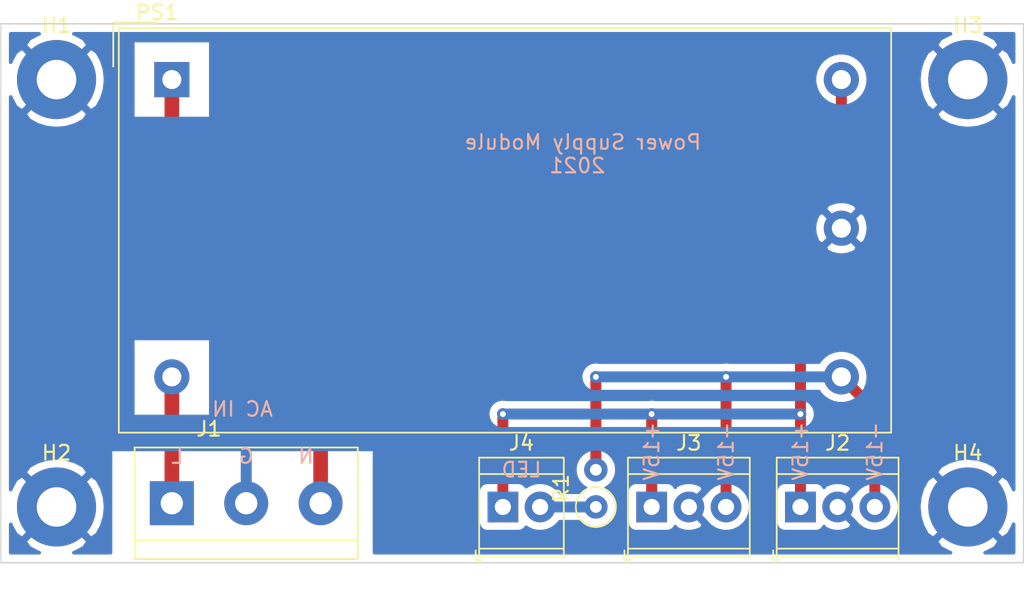
<source format=kicad_pcb>
(kicad_pcb (version 20171130) (host pcbnew "(5.1.9)-1")

  (general
    (thickness 1.6)
    (drawings 11)
    (tracks 25)
    (zones 0)
    (modules 10)
    (nets 7)
  )

  (page A4)
  (layers
    (0 F.Cu signal)
    (31 B.Cu signal)
    (32 B.Adhes user)
    (33 F.Adhes user)
    (34 B.Paste user)
    (35 F.Paste user)
    (36 B.SilkS user)
    (37 F.SilkS user)
    (38 B.Mask user)
    (39 F.Mask user)
    (40 Dwgs.User user)
    (41 Cmts.User user)
    (42 Eco1.User user)
    (43 Eco2.User user)
    (44 Edge.Cuts user)
    (45 Margin user)
    (46 B.CrtYd user)
    (47 F.CrtYd user)
    (48 B.Fab user)
    (49 F.Fab user)
  )

  (setup
    (last_trace_width 0.75)
    (trace_clearance 0.2)
    (zone_clearance 0.508)
    (zone_45_only no)
    (trace_min 0.2)
    (via_size 0.8)
    (via_drill 0.4)
    (via_min_size 0.4)
    (via_min_drill 0.3)
    (uvia_size 0.3)
    (uvia_drill 0.1)
    (uvias_allowed no)
    (uvia_min_size 0.2)
    (uvia_min_drill 0.1)
    (edge_width 0.1)
    (segment_width 0.2)
    (pcb_text_width 0.3)
    (pcb_text_size 1.5 1.5)
    (mod_edge_width 0.15)
    (mod_text_size 1 1)
    (mod_text_width 0.15)
    (pad_size 1.524 1.524)
    (pad_drill 0.762)
    (pad_to_mask_clearance 0)
    (aux_axis_origin 0 0)
    (visible_elements 7FFFFFFF)
    (pcbplotparams
      (layerselection 0x010fc_ffffffff)
      (usegerberextensions false)
      (usegerberattributes true)
      (usegerberadvancedattributes true)
      (creategerberjobfile true)
      (excludeedgelayer true)
      (linewidth 0.100000)
      (plotframeref false)
      (viasonmask false)
      (mode 1)
      (useauxorigin false)
      (hpglpennumber 1)
      (hpglpenspeed 20)
      (hpglpendiameter 15.000000)
      (psnegative false)
      (psa4output false)
      (plotreference true)
      (plotvalue true)
      (plotinvisibletext false)
      (padsonsilk false)
      (subtractmaskfromsilk false)
      (outputformat 1)
      (mirror false)
      (drillshape 1)
      (scaleselection 1)
      (outputdirectory ""))
  )

  (net 0 "")
  (net 1 /N)
  (net 2 /L)
  (net 3 "Net-(J2-Pad3)")
  (net 4 "Net-(J2-Pad1)")
  (net 5 "Net-(J4-Pad2)")
  (net 6 GND)

  (net_class Default "This is the default net class."
    (clearance 0.2)
    (trace_width 0.75)
    (via_dia 0.8)
    (via_drill 0.4)
    (uvia_dia 0.3)
    (uvia_drill 0.1)
    (add_net GND)
    (add_net "Net-(J2-Pad1)")
    (add_net "Net-(J2-Pad3)")
    (add_net "Net-(J4-Pad2)")
  )

  (net_class AC ""
    (clearance 0.5)
    (trace_width 1)
    (via_dia 0.8)
    (via_drill 0.4)
    (uvia_dia 0.3)
    (uvia_drill 0.1)
    (add_net /L)
    (add_net /N)
  )

  (module Converter_ACDC:Converter_ACDC_Recom_RAC20-xxDK_THT (layer F.Cu) (tedit 60DFBC93) (tstamp 60E0183C)
    (at 152.654 0)
    (descr "Recom RAC20-xxDK https://recom-power.com/pdf/Powerline_AC-DC/RAC20-K.pdf#page=6 Rev. 6/2020")
    (tags "Recom RAC20-xxDK")
    (path /60DFBF11)
    (fp_text reference PS1 (at -1 -4.59) (layer F.SilkS)
      (effects (font (size 1 1) (thickness 0.15)))
    )
    (fp_text value RAC20-15DK (at 22.75 25.01) (layer F.Fab)
      (effects (font (size 1 1) (thickness 0.15)))
    )
    (fp_text user %R (at 22.75 10.31) (layer F.Fab)
      (effects (font (size 1 1) (thickness 0.15)))
    )
    (fp_line (start -3.75 -3.64) (end -3.75 24.26) (layer F.CrtYd) (width 0.05))
    (fp_line (start -3.75 24.26) (end 49.25 24.26) (layer F.CrtYd) (width 0.05))
    (fp_line (start 49.25 -3.64) (end 49.25 24.26) (layer F.CrtYd) (width 0.05))
    (fp_line (start -3.75 -3.64) (end 49.25 -3.64) (layer F.CrtYd) (width 0.05))
    (fp_line (start -3.62 -3.51) (end -3.62 24.13) (layer F.SilkS) (width 0.12))
    (fp_line (start -3.62 24.13) (end 49.12 24.13) (layer F.SilkS) (width 0.12))
    (fp_line (start 49.12 -3.51) (end 49.12 24.13) (layer F.SilkS) (width 0.12))
    (fp_line (start -3.62 -3.51) (end 49.12 -3.51) (layer F.SilkS) (width 0.12))
    (fp_line (start -4 -3.89) (end -1 -3.89) (layer F.SilkS) (width 0.12))
    (fp_line (start -4 -0.89) (end -4 -3.89) (layer F.SilkS) (width 0.12))
    (fp_line (start -3.5 -2.39) (end -2.5 -3.39) (layer F.Fab) (width 0.1))
    (fp_line (start -3.5 24.01) (end -3.5 -2.39) (layer F.Fab) (width 0.1))
    (fp_line (start 49 24.01) (end -3.5 24.01) (layer F.Fab) (width 0.1))
    (fp_line (start 49 -3.39) (end 49 24.01) (layer F.Fab) (width 0.1))
    (fp_line (start -2.5 -3.39) (end 49 -3.39) (layer F.Fab) (width 0.1))
    (pad 5 thru_hole circle (at 45.72 0) (size 2.4 2.4) (drill 1.3) (layers *.Cu *.Mask)
      (net 4 "Net-(J2-Pad1)"))
    (pad 4 thru_hole circle (at 45.72 10.16) (size 2.4 2.4) (drill 1.3) (layers *.Cu *.Mask)
      (net 6 GND))
    (pad 3 thru_hole circle (at 45.72 20.32) (size 2.4 2.4) (drill 1.3) (layers *.Cu *.Mask)
      (net 3 "Net-(J2-Pad3)"))
    (pad 2 thru_hole circle (at 0 20.32) (size 2.4 2.4) (drill 1.3) (layers *.Cu *.Mask)
      (net 2 /L))
    (pad 1 thru_hole rect (at 0 0) (size 2.4 2.4) (drill 1.3) (layers *.Cu *.Mask)
      (net 1 /N))
    (model ${KISYS3DMOD}/Converter_ACDC.3dshapes/Converter_ACDC_RECOM_RAC20_xxK_THT.wrl
      (at (xyz 0 0 0))
      (scale (xyz 1 1 1))
      (rotate (xyz 0 0 0))
    )
  )

  (module MountingHole:MountingHole_2.7mm_Pad (layer F.Cu) (tedit 56D1B4CB) (tstamp 60E023BE)
    (at 207.01 29.21)
    (descr "Mounting Hole 2.7mm")
    (tags "mounting hole 2.7mm")
    (path /60E00D4A)
    (attr virtual)
    (fp_text reference H4 (at 0 -3.7) (layer F.SilkS)
      (effects (font (size 1 1) (thickness 0.15)))
    )
    (fp_text value M3 (at 0 3.7) (layer F.Fab)
      (effects (font (size 1 1) (thickness 0.15)))
    )
    (fp_text user %R (at 0.3 0) (layer F.Fab)
      (effects (font (size 1 1) (thickness 0.15)))
    )
    (fp_circle (center 0 0) (end 2.7 0) (layer Cmts.User) (width 0.15))
    (fp_circle (center 0 0) (end 2.95 0) (layer F.CrtYd) (width 0.05))
    (pad 1 thru_hole circle (at 0 0) (size 5.4 5.4) (drill 2.7) (layers *.Cu *.Mask)
      (net 6 GND))
  )

  (module MountingHole:MountingHole_2.7mm_Pad (layer F.Cu) (tedit 56D1B4CB) (tstamp 60E023B6)
    (at 207.01 0)
    (descr "Mounting Hole 2.7mm")
    (tags "mounting hole 2.7mm")
    (path /60E00C5C)
    (attr virtual)
    (fp_text reference H3 (at 0 -3.7) (layer F.SilkS)
      (effects (font (size 1 1) (thickness 0.15)))
    )
    (fp_text value M3 (at 0 3.7) (layer F.Fab)
      (effects (font (size 1 1) (thickness 0.15)))
    )
    (fp_text user %R (at 0.3 0) (layer F.Fab)
      (effects (font (size 1 1) (thickness 0.15)))
    )
    (fp_circle (center 0 0) (end 2.7 0) (layer Cmts.User) (width 0.15))
    (fp_circle (center 0 0) (end 2.95 0) (layer F.CrtYd) (width 0.05))
    (pad 1 thru_hole circle (at 0 0) (size 5.4 5.4) (drill 2.7) (layers *.Cu *.Mask)
      (net 6 GND))
  )

  (module MountingHole:MountingHole_2.7mm_Pad (layer F.Cu) (tedit 56D1B4CB) (tstamp 60E023AE)
    (at 144.78 29.21)
    (descr "Mounting Hole 2.7mm")
    (tags "mounting hole 2.7mm")
    (path /60E004A3)
    (attr virtual)
    (fp_text reference H2 (at 0 -3.7) (layer F.SilkS)
      (effects (font (size 1 1) (thickness 0.15)))
    )
    (fp_text value M3 (at 0 3.7) (layer F.Fab)
      (effects (font (size 1 1) (thickness 0.15)))
    )
    (fp_text user %R (at 0.3 0) (layer F.Fab)
      (effects (font (size 1 1) (thickness 0.15)))
    )
    (fp_circle (center 0 0) (end 2.7 0) (layer Cmts.User) (width 0.15))
    (fp_circle (center 0 0) (end 2.95 0) (layer F.CrtYd) (width 0.05))
    (pad 1 thru_hole circle (at 0 0) (size 5.4 5.4) (drill 2.7) (layers *.Cu *.Mask)
      (net 6 GND))
  )

  (module MountingHole:MountingHole_2.7mm_Pad (layer F.Cu) (tedit 56D1B4CB) (tstamp 60E023A6)
    (at 144.78 0)
    (descr "Mounting Hole 2.7mm")
    (tags "mounting hole 2.7mm")
    (path /60DFFA3A)
    (attr virtual)
    (fp_text reference H1 (at 0 -3.7) (layer F.SilkS)
      (effects (font (size 1 1) (thickness 0.15)))
    )
    (fp_text value M3 (at 0 3.7) (layer F.Fab)
      (effects (font (size 1 1) (thickness 0.15)))
    )
    (fp_text user %R (at 0.3 0) (layer F.Fab)
      (effects (font (size 1 1) (thickness 0.15)))
    )
    (fp_circle (center 0 0) (end 2.7 0) (layer Cmts.User) (width 0.15))
    (fp_circle (center 0 0) (end 2.95 0) (layer F.CrtYd) (width 0.05))
    (pad 1 thru_hole circle (at 0 0) (size 5.4 5.4) (drill 2.7) (layers *.Cu *.Mask)
      (net 6 GND))
  )

  (module Resistor_THT:R_Axial_DIN0207_L6.3mm_D2.5mm_P2.54mm_Vertical (layer F.Cu) (tedit 5AE5139B) (tstamp 60E01AFD)
    (at 181.61 29.21 90)
    (descr "Resistor, Axial_DIN0207 series, Axial, Vertical, pin pitch=2.54mm, 0.25W = 1/4W, length*diameter=6.3*2.5mm^2, http://cdn-reichelt.de/documents/datenblatt/B400/1_4W%23YAG.pdf")
    (tags "Resistor Axial_DIN0207 series Axial Vertical pin pitch 2.54mm 0.25W = 1/4W length 6.3mm diameter 2.5mm")
    (path /60E2547F)
    (fp_text reference R1 (at 1.27 -2.37 90) (layer F.SilkS)
      (effects (font (size 1 1) (thickness 0.15)))
    )
    (fp_text value 4.7K (at 1.27 2.37 90) (layer F.Fab)
      (effects (font (size 1 1) (thickness 0.15)))
    )
    (fp_text user %R (at 1.27 -2.37 90) (layer F.Fab)
      (effects (font (size 1 1) (thickness 0.15)))
    )
    (fp_circle (center 0 0) (end 1.25 0) (layer F.Fab) (width 0.1))
    (fp_circle (center 0 0) (end 1.37 0) (layer F.SilkS) (width 0.12))
    (fp_line (start 0 0) (end 2.54 0) (layer F.Fab) (width 0.1))
    (fp_line (start 1.37 0) (end 1.44 0) (layer F.SilkS) (width 0.12))
    (fp_line (start -1.5 -1.5) (end -1.5 1.5) (layer F.CrtYd) (width 0.05))
    (fp_line (start -1.5 1.5) (end 3.59 1.5) (layer F.CrtYd) (width 0.05))
    (fp_line (start 3.59 1.5) (end 3.59 -1.5) (layer F.CrtYd) (width 0.05))
    (fp_line (start 3.59 -1.5) (end -1.5 -1.5) (layer F.CrtYd) (width 0.05))
    (pad 2 thru_hole oval (at 2.54 0 90) (size 1.6 1.6) (drill 0.8) (layers *.Cu *.Mask)
      (net 3 "Net-(J2-Pad3)"))
    (pad 1 thru_hole circle (at 0 0 90) (size 1.6 1.6) (drill 0.8) (layers *.Cu *.Mask)
      (net 5 "Net-(J4-Pad2)"))
    (model ${KISYS3DMOD}/Resistor_THT.3dshapes/R_Axial_DIN0207_L6.3mm_D2.5mm_P2.54mm_Vertical.wrl
      (at (xyz 0 0 0))
      (scale (xyz 1 1 1))
      (rotate (xyz 0 0 0))
    )
  )

  (module Connector_Terminal_Block:TerminalBlock_1x02_P2.54mm_Horizontal (layer F.Cu) (tedit 5FC147AA) (tstamp 60DF7D87)
    (at 175.26 29.21)
    (descr "Terminal Block TE 282834-2, 2 pins, pitch 2.54mm, size 5.54x6.5mm^2, drill diamater 1.1mm, pad diameter 2.1mm, see http://www.te.com/commerce/DocumentDelivery/DDEController?Action=showdoc&DocId=Customer+Drawing%7F282834%7FC1%7Fpdf%7FEnglish%7FENG_CD_282834_C1.pdf, script-generated using https://github.com/pointhi/kicad-footprint-generator/scripts/TerminalBlock_TE-Connectivity")
    (tags "THT Terminal Block TE 282834-2 pitch 2.54mm size 5.54x6.5mm^2 drill 1.1mm pad 2.1mm")
    (path /60E25479)
    (fp_text reference J4 (at 1.27 -4.37) (layer F.SilkS)
      (effects (font (size 1 1) (thickness 0.15)))
    )
    (fp_text value LED (at 1.27 4.37) (layer F.Fab)
      (effects (font (size 1 1) (thickness 0.15)))
    )
    (fp_text user %R (at 1.27 2) (layer F.Fab)
      (effects (font (size 1 1) (thickness 0.15)))
    )
    (fp_circle (center 0 0) (end 1.1 0) (layer F.Fab) (width 0.1))
    (fp_circle (center 2.54 0) (end 3.64 0) (layer F.Fab) (width 0.1))
    (fp_line (start -1.5 -3.25) (end 4.04 -3.25) (layer F.Fab) (width 0.1))
    (fp_line (start 4.04 -3.25) (end 4.04 3.25) (layer F.Fab) (width 0.1))
    (fp_line (start 4.04 3.25) (end -1.1 3.25) (layer F.Fab) (width 0.1))
    (fp_line (start -1.1 3.25) (end -1.5 2.85) (layer F.Fab) (width 0.1))
    (fp_line (start -1.5 2.85) (end -1.5 -3.25) (layer F.Fab) (width 0.1))
    (fp_line (start -1.5 2.85) (end 4.04 2.85) (layer F.Fab) (width 0.1))
    (fp_line (start -1.62 2.85) (end 4.16 2.85) (layer F.SilkS) (width 0.12))
    (fp_line (start -1.5 -2.25) (end 4.04 -2.25) (layer F.Fab) (width 0.1))
    (fp_line (start -1.62 -2.25) (end 4.16 -2.25) (layer F.SilkS) (width 0.12))
    (fp_line (start -1.62 -3.37) (end 4.16 -3.37) (layer F.SilkS) (width 0.12))
    (fp_line (start -1.62 3.37) (end 4.16 3.37) (layer F.SilkS) (width 0.12))
    (fp_line (start -1.62 -3.37) (end -1.62 3.37) (layer F.SilkS) (width 0.12))
    (fp_line (start 4.16 -3.37) (end 4.16 3.37) (layer F.SilkS) (width 0.12))
    (fp_line (start 0.835 -0.7) (end -0.701 0.835) (layer F.Fab) (width 0.1))
    (fp_line (start 0.701 -0.835) (end -0.835 0.7) (layer F.Fab) (width 0.1))
    (fp_line (start 3.375 -0.7) (end 1.84 0.835) (layer F.Fab) (width 0.1))
    (fp_line (start 3.241 -0.835) (end 1.706 0.7) (layer F.Fab) (width 0.1))
    (fp_line (start -1.86 2.97) (end -1.86 3.61) (layer F.SilkS) (width 0.12))
    (fp_line (start -1.86 3.61) (end -1.46 3.61) (layer F.SilkS) (width 0.12))
    (fp_line (start -2 -3.75) (end -2 3.75) (layer F.CrtYd) (width 0.05))
    (fp_line (start -2 3.75) (end 4.54 3.75) (layer F.CrtYd) (width 0.05))
    (fp_line (start 4.54 3.75) (end 4.54 -3.75) (layer F.CrtYd) (width 0.05))
    (fp_line (start 4.54 -3.75) (end -2 -3.75) (layer F.CrtYd) (width 0.05))
    (pad 2 thru_hole circle (at 2.54 0) (size 2.1 2.1) (drill 1.1) (layers *.Cu *.Mask)
      (net 5 "Net-(J4-Pad2)"))
    (pad 1 thru_hole rect (at 0 0) (size 2.1 2.1) (drill 1.1) (layers *.Cu *.Mask)
      (net 4 "Net-(J2-Pad1)"))
    (model "${LOCAL_LIBS}/local/Connector_Terminal_Block.pretty/On Shore Technology Inc/OSTVN02A150.wrl"
      (offset (xyz -1.5 -3.5 0))
      (scale (xyz 0.4 0.4 0.4))
      (rotate (xyz 0 0 0))
    )
    (model ${KISYS3DMOD}/Connector_Terminal_Block.3dshapes/TerminalBlock_1x02_P2_54mm_Horizontal.wrl
      (at (xyz 0 0 0))
      (scale (xyz 1 1 1))
      (rotate (xyz 0 0 0))
    )
  )

  (module Connector_Terminal_Block:TerminalBlock_1x03_P2.54mm_Horizontal (layer F.Cu) (tedit 5FC14827) (tstamp 60DF7D67)
    (at 185.42 29.21)
    (descr "Terminal Block TE 282834-3, 3 pins, pitch 2.54mm, size 8.08x6.5mm^2, drill diamater 1.1mm, pad diameter 2.1mm, see http://www.te.com/commerce/DocumentDelivery/DDEController?Action=showdoc&DocId=Customer+Drawing%7F282834%7FC1%7Fpdf%7FEnglish%7FENG_CD_282834_C1.pdf, script-generated using https://github.com/pointhi/kicad-footprint-generator/scripts/TerminalBlock_TE-Connectivity")
    (tags "THT Terminal Block TE 282834-3 pitch 2.54mm size 8.08x6.5mm^2 drill 1.1mm pad 2.1mm")
    (path /60E25473)
    (fp_text reference J3 (at 2.54 -4.37) (layer F.SilkS)
      (effects (font (size 1 1) (thickness 0.15)))
    )
    (fp_text value "Power 2" (at 2.54 4.37) (layer F.Fab)
      (effects (font (size 1 1) (thickness 0.15)))
    )
    (fp_text user %R (at 2.54 2) (layer F.Fab)
      (effects (font (size 1 1) (thickness 0.15)))
    )
    (fp_line (start 7.08 -3.75) (end -2 -3.75) (layer F.CrtYd) (width 0.05))
    (fp_line (start 7.08 3.75) (end 7.08 -3.75) (layer F.CrtYd) (width 0.05))
    (fp_line (start -2 3.75) (end 7.08 3.75) (layer F.CrtYd) (width 0.05))
    (fp_line (start -2 -3.75) (end -2 3.75) (layer F.CrtYd) (width 0.05))
    (fp_line (start -1.86 3.61) (end -1.46 3.61) (layer F.SilkS) (width 0.12))
    (fp_line (start -1.86 2.97) (end -1.86 3.61) (layer F.SilkS) (width 0.12))
    (fp_line (start 5.781 -0.835) (end 4.246 0.7) (layer F.Fab) (width 0.1))
    (fp_line (start 5.915 -0.7) (end 4.38 0.835) (layer F.Fab) (width 0.1))
    (fp_line (start 3.241 -0.835) (end 1.706 0.7) (layer F.Fab) (width 0.1))
    (fp_line (start 3.375 -0.7) (end 1.84 0.835) (layer F.Fab) (width 0.1))
    (fp_line (start 0.701 -0.835) (end -0.835 0.7) (layer F.Fab) (width 0.1))
    (fp_line (start 0.835 -0.7) (end -0.701 0.835) (layer F.Fab) (width 0.1))
    (fp_line (start 6.7 -3.37) (end 6.7 3.37) (layer F.SilkS) (width 0.12))
    (fp_line (start -1.62 -3.37) (end -1.62 3.37) (layer F.SilkS) (width 0.12))
    (fp_line (start -1.62 3.37) (end 6.7 3.37) (layer F.SilkS) (width 0.12))
    (fp_line (start -1.62 -3.37) (end 6.7 -3.37) (layer F.SilkS) (width 0.12))
    (fp_line (start -1.62 -2.25) (end 6.7 -2.25) (layer F.SilkS) (width 0.12))
    (fp_line (start -1.5 -2.25) (end 6.58 -2.25) (layer F.Fab) (width 0.1))
    (fp_line (start -1.62 2.85) (end 6.7 2.85) (layer F.SilkS) (width 0.12))
    (fp_line (start -1.5 2.85) (end 6.58 2.85) (layer F.Fab) (width 0.1))
    (fp_line (start -1.5 2.85) (end -1.5 -3.25) (layer F.Fab) (width 0.1))
    (fp_line (start -1.1 3.25) (end -1.5 2.85) (layer F.Fab) (width 0.1))
    (fp_line (start 6.58 3.25) (end -1.1 3.25) (layer F.Fab) (width 0.1))
    (fp_line (start 6.58 -3.25) (end 6.58 3.25) (layer F.Fab) (width 0.1))
    (fp_line (start -1.5 -3.25) (end 6.58 -3.25) (layer F.Fab) (width 0.1))
    (fp_circle (center 5.08 0) (end 6.18 0) (layer F.Fab) (width 0.1))
    (fp_circle (center 2.54 0) (end 3.64 0) (layer F.Fab) (width 0.1))
    (fp_circle (center 0 0) (end 1.1 0) (layer F.Fab) (width 0.1))
    (pad 1 thru_hole rect (at 0 0) (size 2.1 2.1) (drill 1.1) (layers *.Cu *.Mask)
      (net 4 "Net-(J2-Pad1)"))
    (pad 2 thru_hole circle (at 2.54 0) (size 2.1 2.1) (drill 1.1) (layers *.Cu *.Mask)
      (net 6 GND))
    (pad 3 thru_hole circle (at 5.08 0) (size 2.1 2.1) (drill 1.1) (layers *.Cu *.Mask)
      (net 3 "Net-(J2-Pad3)"))
    (model ${KISYS3DMOD}/Connector_Terminal_Block.3dshapes/TerminalBlock_1x03_P2_54mm_Horizontal.wrl
      (at (xyz 0 0 0))
      (scale (xyz 1 1 1))
      (rotate (xyz 0 0 0))
    )
  )

  (module Connector_Terminal_Block:TerminalBlock_1x03_P2.54mm_Horizontal (layer F.Cu) (tedit 5FC14827) (tstamp 60E01A2D)
    (at 195.58 29.21)
    (descr "Terminal Block TE 282834-3, 3 pins, pitch 2.54mm, size 8.08x6.5mm^2, drill diamater 1.1mm, pad diameter 2.1mm, see http://www.te.com/commerce/DocumentDelivery/DDEController?Action=showdoc&DocId=Customer+Drawing%7F282834%7FC1%7Fpdf%7FEnglish%7FENG_CD_282834_C1.pdf, script-generated using https://github.com/pointhi/kicad-footprint-generator/scripts/TerminalBlock_TE-Connectivity")
    (tags "THT Terminal Block TE 282834-3 pitch 2.54mm size 8.08x6.5mm^2 drill 1.1mm pad 2.1mm")
    (path /60E25497)
    (fp_text reference J2 (at 2.54 -4.37) (layer F.SilkS)
      (effects (font (size 1 1) (thickness 0.15)))
    )
    (fp_text value "Power 1" (at 2.54 4.37) (layer F.Fab)
      (effects (font (size 1 1) (thickness 0.15)))
    )
    (fp_text user %R (at 2.54 2) (layer F.Fab)
      (effects (font (size 1 1) (thickness 0.15)))
    )
    (fp_line (start 7.08 -3.75) (end -2 -3.75) (layer F.CrtYd) (width 0.05))
    (fp_line (start 7.08 3.75) (end 7.08 -3.75) (layer F.CrtYd) (width 0.05))
    (fp_line (start -2 3.75) (end 7.08 3.75) (layer F.CrtYd) (width 0.05))
    (fp_line (start -2 -3.75) (end -2 3.75) (layer F.CrtYd) (width 0.05))
    (fp_line (start -1.86 3.61) (end -1.46 3.61) (layer F.SilkS) (width 0.12))
    (fp_line (start -1.86 2.97) (end -1.86 3.61) (layer F.SilkS) (width 0.12))
    (fp_line (start 5.781 -0.835) (end 4.246 0.7) (layer F.Fab) (width 0.1))
    (fp_line (start 5.915 -0.7) (end 4.38 0.835) (layer F.Fab) (width 0.1))
    (fp_line (start 3.241 -0.835) (end 1.706 0.7) (layer F.Fab) (width 0.1))
    (fp_line (start 3.375 -0.7) (end 1.84 0.835) (layer F.Fab) (width 0.1))
    (fp_line (start 0.701 -0.835) (end -0.835 0.7) (layer F.Fab) (width 0.1))
    (fp_line (start 0.835 -0.7) (end -0.701 0.835) (layer F.Fab) (width 0.1))
    (fp_line (start 6.7 -3.37) (end 6.7 3.37) (layer F.SilkS) (width 0.12))
    (fp_line (start -1.62 -3.37) (end -1.62 3.37) (layer F.SilkS) (width 0.12))
    (fp_line (start -1.62 3.37) (end 6.7 3.37) (layer F.SilkS) (width 0.12))
    (fp_line (start -1.62 -3.37) (end 6.7 -3.37) (layer F.SilkS) (width 0.12))
    (fp_line (start -1.62 -2.25) (end 6.7 -2.25) (layer F.SilkS) (width 0.12))
    (fp_line (start -1.5 -2.25) (end 6.58 -2.25) (layer F.Fab) (width 0.1))
    (fp_line (start -1.62 2.85) (end 6.7 2.85) (layer F.SilkS) (width 0.12))
    (fp_line (start -1.5 2.85) (end 6.58 2.85) (layer F.Fab) (width 0.1))
    (fp_line (start -1.5 2.85) (end -1.5 -3.25) (layer F.Fab) (width 0.1))
    (fp_line (start -1.1 3.25) (end -1.5 2.85) (layer F.Fab) (width 0.1))
    (fp_line (start 6.58 3.25) (end -1.1 3.25) (layer F.Fab) (width 0.1))
    (fp_line (start 6.58 -3.25) (end 6.58 3.25) (layer F.Fab) (width 0.1))
    (fp_line (start -1.5 -3.25) (end 6.58 -3.25) (layer F.Fab) (width 0.1))
    (fp_circle (center 5.08 0) (end 6.18 0) (layer F.Fab) (width 0.1))
    (fp_circle (center 2.54 0) (end 3.64 0) (layer F.Fab) (width 0.1))
    (fp_circle (center 0 0) (end 1.1 0) (layer F.Fab) (width 0.1))
    (pad 1 thru_hole rect (at 0 0) (size 2.1 2.1) (drill 1.1) (layers *.Cu *.Mask)
      (net 4 "Net-(J2-Pad1)"))
    (pad 2 thru_hole circle (at 2.54 0) (size 2.1 2.1) (drill 1.1) (layers *.Cu *.Mask)
      (net 6 GND))
    (pad 3 thru_hole circle (at 5.08 0) (size 2.1 2.1) (drill 1.1) (layers *.Cu *.Mask)
      (net 3 "Net-(J2-Pad3)"))
    (model ${KISYS3DMOD}/Connector_Terminal_Block.3dshapes/TerminalBlock_1x03_P2_54mm_Horizontal.wrl
      (at (xyz 0 0 0))
      (scale (xyz 1 1 1))
      (rotate (xyz 0 0 0))
    )
  )

  (module Connector_Terminal_Block:TerminalBlock-3_P5.08mm (layer F.Cu) (tedit 5FC14678) (tstamp 60DF7D1F)
    (at 152.654 28.956)
    (descr "simple 2-pin terminal block, pitch 5.08mm, revamped version of bornier2")
    (tags "terminal block bornier2")
    (path /60E2548B)
    (fp_text reference J1 (at 2.54 -5.08) (layer F.SilkS)
      (effects (font (size 1 1) (thickness 0.15)))
    )
    (fp_text value "AC In" (at 2.54 5.08) (layer F.Fab)
      (effects (font (size 1 1) (thickness 0.15)))
    )
    (fp_text user %R (at 2.54 0) (layer F.Fab)
      (effects (font (size 1 1) (thickness 0.15)))
    )
    (fp_line (start 12.7 4) (end -2.71 4) (layer F.CrtYd) (width 0.05))
    (fp_line (start 12.7 4) (end 12.7 -4) (layer F.CrtYd) (width 0.05))
    (fp_line (start -2.71 -4) (end -2.71 4) (layer F.CrtYd) (width 0.05))
    (fp_line (start -2.71 -4) (end 12.7 -4) (layer F.CrtYd) (width 0.05))
    (fp_line (start -2.54 3.81) (end 12.7 3.81) (layer F.SilkS) (width 0.12))
    (fp_line (start -2.54 -3.81) (end -2.54 3.81) (layer F.SilkS) (width 0.12))
    (fp_line (start 12.7 -3.81) (end -2.54 -3.81) (layer F.SilkS) (width 0.12))
    (fp_line (start 12.7 3.81) (end 12.7 -3.81) (layer F.SilkS) (width 0.12))
    (fp_line (start 12.7 2.54) (end -2.54 2.54) (layer F.SilkS) (width 0.12))
    (fp_line (start 12.7 -3.75) (end -2.46 -3.75) (layer F.Fab) (width 0.1))
    (fp_line (start 12.7 3.75) (end 12.7 -3.75) (layer F.Fab) (width 0.1))
    (fp_line (start -2.46 3.75) (end 12.7 3.75) (layer F.Fab) (width 0.1))
    (fp_line (start -2.46 -3.75) (end -2.46 3.75) (layer F.Fab) (width 0.1))
    (fp_line (start -2.41 2.55) (end 7.49 2.55) (layer F.Fab) (width 0.1))
    (pad 3 thru_hole circle (at 10.16 0) (size 3 3) (drill 1.52) (layers *.Cu *.Mask)
      (net 1 /N))
    (pad 1 thru_hole rect (at 0 0) (size 3 3) (drill 1.52) (layers *.Cu *.Mask)
      (net 2 /L))
    (pad 2 thru_hole circle (at 5.08 0) (size 3 3) (drill 1.52) (layers *.Cu *.Mask)
      (net 6 GND))
    (model ${KISYS3DMOD}/Connector_Terminal_Block.3dshapes/OSTTA03416.step
      (at (xyz 0 0 0))
      (scale (xyz 1 1 1))
      (rotate (xyz 0 0 0))
    )
  )

  (gr_text LED (at 176.53 26.67) (layer B.SilkS)
    (effects (font (size 1 1) (thickness 0.15)) (justify mirror))
  )
  (gr_text -15V (at 200.66 25.4 90) (layer B.SilkS) (tstamp 60E02BDF)
    (effects (font (size 1 1) (thickness 0.15)) (justify mirror))
  )
  (gr_text -15V (at 190.5 25.4 90) (layer B.SilkS)
    (effects (font (size 1 1) (thickness 0.15)) (justify mirror))
  )
  (gr_text +15V (at 195.58 25.4 90) (layer B.SilkS) (tstamp 60E02BD0)
    (effects (font (size 1 1) (thickness 0.15)) (justify mirror))
  )
  (gr_text +15V (at 185.42 25.4 90) (layer B.SilkS)
    (effects (font (size 1 1) (thickness 0.15)) (justify mirror))
  )
  (gr_text "AC IN\n\nN    G     L" (at 157.48 24.13) (layer B.SilkS)
    (effects (font (size 1 1) (thickness 0.15)) (justify mirror))
  )
  (gr_text "Power Supply Module \n2021" (at 180.34 5.08) (layer B.SilkS)
    (effects (font (size 1 1) (thickness 0.15)) (justify mirror))
  )
  (gr_line (start 140.97 33.02) (end 140.97 -3.81) (layer Edge.Cuts) (width 0.1) (tstamp 60E025D3))
  (gr_line (start 210.82 33.02) (end 140.97 33.02) (layer Edge.Cuts) (width 0.1))
  (gr_line (start 210.82 -3.81) (end 210.82 33.02) (layer Edge.Cuts) (width 0.1))
  (gr_line (start 140.97 -3.81) (end 210.82 -3.81) (layer Edge.Cuts) (width 0.1))

  (segment (start 152.654 0) (end 152.654 12.954) (width 1) (layer F.Cu) (net 1))
  (segment (start 162.814 23.114) (end 162.814 28.956) (width 1) (layer F.Cu) (net 1))
  (segment (start 152.654 12.954) (end 162.814 23.114) (width 1) (layer F.Cu) (net 1))
  (segment (start 152.654 20.32) (end 152.654 28.956) (width 1) (layer F.Cu) (net 2))
  (segment (start 198.374 20.32) (end 200.66 22.606) (width 0.75) (layer F.Cu) (net 3))
  (segment (start 200.66 22.606) (end 200.66 29.21) (width 0.75) (layer F.Cu) (net 3))
  (via (at 190.5 20.32) (size 0.8) (drill 0.4) (layers F.Cu B.Cu) (net 3))
  (segment (start 198.374 20.32) (end 190.5 20.32) (width 0.75) (layer B.Cu) (net 3))
  (segment (start 190.5 20.32) (end 190.5 29.21) (width 0.75) (layer F.Cu) (net 3))
  (via (at 181.61 20.32) (size 0.8) (drill 0.4) (layers F.Cu B.Cu) (net 3))
  (segment (start 190.5 20.32) (end 181.61 20.32) (width 0.75) (layer B.Cu) (net 3))
  (segment (start 181.61 20.32) (end 181.61 26.67) (width 0.75) (layer F.Cu) (net 3))
  (segment (start 198.374 0) (end 198.374 6.096) (width 0.75) (layer F.Cu) (net 4))
  (segment (start 198.374 6.096) (end 195.58 8.89) (width 0.75) (layer F.Cu) (net 4))
  (via (at 195.58 22.86) (size 0.8) (drill 0.4) (layers F.Cu B.Cu) (net 4))
  (segment (start 195.58 8.89) (end 195.58 22.86) (width 0.75) (layer F.Cu) (net 4))
  (segment (start 195.58 22.86) (end 195.58 29.21) (width 0.75) (layer F.Cu) (net 4))
  (segment (start 195.58 22.86) (end 185.42 22.86) (width 0.75) (layer B.Cu) (net 4))
  (via (at 185.42 22.86) (size 0.8) (drill 0.4) (layers F.Cu B.Cu) (net 4))
  (segment (start 185.42 22.86) (end 185.42 29.21) (width 0.75) (layer F.Cu) (net 4))
  (via (at 175.26 22.86) (size 0.8) (drill 0.4) (layers F.Cu B.Cu) (net 4))
  (segment (start 185.42 22.86) (end 175.26 22.86) (width 0.75) (layer B.Cu) (net 4))
  (segment (start 175.26 22.86) (end 175.26 29.21) (width 0.75) (layer F.Cu) (net 4))
  (segment (start 181.61 29.21) (end 177.8 29.21) (width 0.75) (layer B.Cu) (net 5))
  (segment (start 157.734 28.956) (end 157.734 24.384) (width 0.75) (layer B.Cu) (net 6))

  (zone (net 0) (net_name "") (layer B.Cu) (tstamp 0) (hatch edge 0.508)
    (connect_pads (clearance 0.508))
    (min_thickness 0.254)
    (keepout (tracks allowed) (vias not_allowed) (copperpour not_allowed))
    (fill (arc_segments 32) (thermal_gap 0.508) (thermal_bridge_width 0.508))
    (polygon
      (pts
        (xy 166.37 33.02) (xy 148.59 33.02) (xy 148.59 25.4) (xy 166.37 25.4)
      )
    )
  )
  (zone (net 6) (net_name GND) (layer B.Cu) (tstamp 0) (hatch edge 0.508)
    (connect_pads (clearance 0.508))
    (min_thickness 0.254)
    (fill yes (arc_segments 32) (thermal_gap 0.508) (thermal_bridge_width 0.508))
    (polygon
      (pts
        (xy 210.82 33.02) (xy 140.97 33.02) (xy 140.97 -3.81) (xy 210.82 -3.81)
      )
    )
    (filled_polygon
      (pts
        (xy 143.501797 -3.097792) (xy 142.922008 -2.788904) (xy 142.914411 -2.783828) (xy 142.614231 -2.345374) (xy 144.78 -0.179605)
        (xy 146.945769 -2.345374) (xy 146.812522 -2.54) (xy 149.987 -2.54) (xy 149.987 2.54) (xy 149.98944 2.564776)
        (xy 149.996667 2.588601) (xy 150.008403 2.610557) (xy 150.024197 2.629803) (xy 150.043443 2.645597) (xy 150.065399 2.657333)
        (xy 150.089224 2.66456) (xy 150.114 2.667) (xy 155.194 2.667) (xy 155.218776 2.66456) (xy 155.242601 2.657333)
        (xy 155.264557 2.645597) (xy 155.283803 2.629803) (xy 155.299597 2.610557) (xy 155.311333 2.588601) (xy 155.31856 2.564776)
        (xy 155.321 2.54) (xy 155.321 2.345374) (xy 204.844231 2.345374) (xy 205.144411 2.783828) (xy 205.723356 3.094296)
        (xy 206.351746 3.285852) (xy 207.005431 3.351134) (xy 207.659293 3.287634) (xy 208.288203 3.097792) (xy 208.867992 2.788904)
        (xy 208.875589 2.783828) (xy 209.175769 2.345374) (xy 207.01 0.179605) (xy 204.844231 2.345374) (xy 155.321 2.345374)
        (xy 155.321 -0.180732) (xy 196.539 -0.180732) (xy 196.539 0.180732) (xy 196.609518 0.53525) (xy 196.747844 0.869199)
        (xy 196.948662 1.169744) (xy 197.204256 1.425338) (xy 197.504801 1.626156) (xy 197.83875 1.764482) (xy 198.193268 1.835)
        (xy 198.554732 1.835) (xy 198.90925 1.764482) (xy 199.243199 1.626156) (xy 199.543744 1.425338) (xy 199.799338 1.169744)
        (xy 200.000156 0.869199) (xy 200.138482 0.53525) (xy 200.209 0.180732) (xy 200.209 -0.004569) (xy 203.658866 -0.004569)
        (xy 203.722366 0.649293) (xy 203.912208 1.278203) (xy 204.221096 1.857992) (xy 204.226172 1.865589) (xy 204.664626 2.165769)
        (xy 206.830395 0) (xy 204.664626 -2.165769) (xy 204.226172 -1.865589) (xy 203.915704 -1.286644) (xy 203.724148 -0.658254)
        (xy 203.658866 -0.004569) (xy 200.209 -0.004569) (xy 200.209 -0.180732) (xy 200.138482 -0.53525) (xy 200.000156 -0.869199)
        (xy 199.799338 -1.169744) (xy 199.543744 -1.425338) (xy 199.243199 -1.626156) (xy 198.90925 -1.764482) (xy 198.554732 -1.835)
        (xy 198.193268 -1.835) (xy 197.83875 -1.764482) (xy 197.504801 -1.626156) (xy 197.204256 -1.425338) (xy 196.948662 -1.169744)
        (xy 196.747844 -0.869199) (xy 196.609518 -0.53525) (xy 196.539 -0.180732) (xy 155.321 -0.180732) (xy 155.321 -2.54)
        (xy 155.31856 -2.564776) (xy 155.311333 -2.588601) (xy 155.299597 -2.610557) (xy 155.283803 -2.629803) (xy 155.264557 -2.645597)
        (xy 155.242601 -2.657333) (xy 155.218776 -2.66456) (xy 155.194 -2.667) (xy 150.114 -2.667) (xy 150.089224 -2.66456)
        (xy 150.065399 -2.657333) (xy 150.043443 -2.645597) (xy 150.024197 -2.629803) (xy 150.008403 -2.610557) (xy 149.996667 -2.588601)
        (xy 149.98944 -2.564776) (xy 149.987 -2.54) (xy 146.812522 -2.54) (xy 146.645589 -2.783828) (xy 146.066644 -3.094296)
        (xy 145.965921 -3.125) (xy 205.821932 -3.125) (xy 205.731797 -3.097792) (xy 205.152008 -2.788904) (xy 205.144411 -2.783828)
        (xy 204.844231 -2.345374) (xy 207.01 -0.179605) (xy 209.175769 -2.345374) (xy 208.875589 -2.783828) (xy 208.296644 -3.094296)
        (xy 208.195921 -3.125) (xy 210.135 -3.125) (xy 210.135 -1.188068) (xy 210.107792 -1.278203) (xy 209.798904 -1.857992)
        (xy 209.793828 -1.865589) (xy 209.355374 -2.165769) (xy 207.189605 0) (xy 209.355374 2.165769) (xy 209.793828 1.865589)
        (xy 210.104296 1.286644) (xy 210.135 1.185921) (xy 210.135001 28.021935) (xy 210.107792 27.931797) (xy 209.798904 27.352008)
        (xy 209.793828 27.344411) (xy 209.355374 27.044231) (xy 207.189605 29.21) (xy 209.355374 31.375769) (xy 209.793828 31.075589)
        (xy 210.104296 30.496644) (xy 210.135001 30.395918) (xy 210.135001 32.335) (xy 208.198068 32.335) (xy 208.288203 32.307792)
        (xy 208.867992 31.998904) (xy 208.875589 31.993828) (xy 209.175769 31.555374) (xy 207.01 29.389605) (xy 204.844231 31.555374)
        (xy 205.144411 31.993828) (xy 205.723356 32.304296) (xy 205.824079 32.335) (xy 166.497 32.335) (xy 166.497 28.16)
        (xy 173.571928 28.16) (xy 173.571928 30.26) (xy 173.584188 30.384482) (xy 173.620498 30.50418) (xy 173.679463 30.614494)
        (xy 173.758815 30.711185) (xy 173.855506 30.790537) (xy 173.96582 30.849502) (xy 174.085518 30.885812) (xy 174.21 30.898072)
        (xy 176.31 30.898072) (xy 176.434482 30.885812) (xy 176.55418 30.849502) (xy 176.664494 30.790537) (xy 176.761185 30.711185)
        (xy 176.840537 30.614494) (xy 176.848042 30.600454) (xy 177.001853 30.703228) (xy 177.308504 30.830246) (xy 177.634042 30.895)
        (xy 177.965958 30.895) (xy 178.291496 30.830246) (xy 178.598147 30.703228) (xy 178.874125 30.518825) (xy 179.108825 30.284125)
        (xy 179.151672 30.22) (xy 180.590604 30.22) (xy 180.695241 30.324637) (xy 180.930273 30.48168) (xy 181.191426 30.589853)
        (xy 181.468665 30.645) (xy 181.751335 30.645) (xy 182.028574 30.589853) (xy 182.289727 30.48168) (xy 182.524759 30.324637)
        (xy 182.724637 30.124759) (xy 182.88168 29.889727) (xy 182.989853 29.628574) (xy 183.045 29.351335) (xy 183.045 29.068665)
        (xy 182.989853 28.791426) (xy 182.88168 28.530273) (xy 182.724637 28.295241) (xy 182.589396 28.16) (xy 183.731928 28.16)
        (xy 183.731928 30.26) (xy 183.744188 30.384482) (xy 183.780498 30.50418) (xy 183.839463 30.614494) (xy 183.918815 30.711185)
        (xy 184.015506 30.790537) (xy 184.12582 30.849502) (xy 184.245518 30.885812) (xy 184.37 30.898072) (xy 186.47 30.898072)
        (xy 186.594482 30.885812) (xy 186.71418 30.849502) (xy 186.824494 30.790537) (xy 186.921185 30.711185) (xy 187.000537 30.614494)
        (xy 187.033451 30.552918) (xy 187.070339 30.650579) (xy 187.368477 30.796463) (xy 187.689346 30.88138) (xy 188.020617 30.902066)
        (xy 188.349557 30.857728) (xy 188.663527 30.750069) (xy 188.849661 30.650579) (xy 188.951461 30.381066) (xy 187.96 29.389605)
        (xy 187.945858 29.403748) (xy 187.766253 29.224143) (xy 187.780395 29.21) (xy 188.139605 29.21) (xy 189.131066 30.201461)
        (xy 189.134958 30.199991) (xy 189.191175 30.284125) (xy 189.425875 30.518825) (xy 189.701853 30.703228) (xy 190.008504 30.830246)
        (xy 190.334042 30.895) (xy 190.665958 30.895) (xy 190.991496 30.830246) (xy 191.298147 30.703228) (xy 191.574125 30.518825)
        (xy 191.808825 30.284125) (xy 191.993228 30.008147) (xy 192.120246 29.701496) (xy 192.185 29.375958) (xy 192.185 29.044042)
        (xy 192.120246 28.718504) (xy 191.993228 28.411853) (xy 191.824945 28.16) (xy 193.891928 28.16) (xy 193.891928 30.26)
        (xy 193.904188 30.384482) (xy 193.940498 30.50418) (xy 193.999463 30.614494) (xy 194.078815 30.711185) (xy 194.175506 30.790537)
        (xy 194.28582 30.849502) (xy 194.405518 30.885812) (xy 194.53 30.898072) (xy 196.63 30.898072) (xy 196.754482 30.885812)
        (xy 196.87418 30.849502) (xy 196.984494 30.790537) (xy 197.081185 30.711185) (xy 197.160537 30.614494) (xy 197.193451 30.552918)
        (xy 197.230339 30.650579) (xy 197.528477 30.796463) (xy 197.849346 30.88138) (xy 198.180617 30.902066) (xy 198.509557 30.857728)
        (xy 198.823527 30.750069) (xy 199.009661 30.650579) (xy 199.111461 30.381066) (xy 198.12 29.389605) (xy 198.105858 29.403748)
        (xy 197.926253 29.224143) (xy 197.940395 29.21) (xy 198.299605 29.21) (xy 199.291066 30.201461) (xy 199.294958 30.199991)
        (xy 199.351175 30.284125) (xy 199.585875 30.518825) (xy 199.861853 30.703228) (xy 200.168504 30.830246) (xy 200.494042 30.895)
        (xy 200.825958 30.895) (xy 201.151496 30.830246) (xy 201.458147 30.703228) (xy 201.734125 30.518825) (xy 201.968825 30.284125)
        (xy 202.153228 30.008147) (xy 202.280246 29.701496) (xy 202.345 29.375958) (xy 202.345 29.205431) (xy 203.658866 29.205431)
        (xy 203.722366 29.859293) (xy 203.912208 30.488203) (xy 204.221096 31.067992) (xy 204.226172 31.075589) (xy 204.664626 31.375769)
        (xy 206.830395 29.21) (xy 204.664626 27.044231) (xy 204.226172 27.344411) (xy 203.915704 27.923356) (xy 203.724148 28.551746)
        (xy 203.658866 29.205431) (xy 202.345 29.205431) (xy 202.345 29.044042) (xy 202.280246 28.718504) (xy 202.153228 28.411853)
        (xy 201.968825 28.135875) (xy 201.734125 27.901175) (xy 201.458147 27.716772) (xy 201.151496 27.589754) (xy 200.825958 27.525)
        (xy 200.494042 27.525) (xy 200.168504 27.589754) (xy 199.861853 27.716772) (xy 199.585875 27.901175) (xy 199.351175 28.135875)
        (xy 199.294958 28.220009) (xy 199.291066 28.218539) (xy 198.299605 29.21) (xy 197.940395 29.21) (xy 197.926253 29.195858)
        (xy 198.105858 29.016253) (xy 198.12 29.030395) (xy 199.111461 28.038934) (xy 199.009661 27.769421) (xy 198.711523 27.623537)
        (xy 198.390654 27.53862) (xy 198.059383 27.517934) (xy 197.730443 27.562272) (xy 197.416473 27.669931) (xy 197.230339 27.769421)
        (xy 197.193451 27.867082) (xy 197.160537 27.805506) (xy 197.081185 27.708815) (xy 196.984494 27.629463) (xy 196.87418 27.570498)
        (xy 196.754482 27.534188) (xy 196.63 27.521928) (xy 194.53 27.521928) (xy 194.405518 27.534188) (xy 194.28582 27.570498)
        (xy 194.175506 27.629463) (xy 194.078815 27.708815) (xy 193.999463 27.805506) (xy 193.940498 27.91582) (xy 193.904188 28.035518)
        (xy 193.891928 28.16) (xy 191.824945 28.16) (xy 191.808825 28.135875) (xy 191.574125 27.901175) (xy 191.298147 27.716772)
        (xy 190.991496 27.589754) (xy 190.665958 27.525) (xy 190.334042 27.525) (xy 190.008504 27.589754) (xy 189.701853 27.716772)
        (xy 189.425875 27.901175) (xy 189.191175 28.135875) (xy 189.134958 28.220009) (xy 189.131066 28.218539) (xy 188.139605 29.21)
        (xy 187.780395 29.21) (xy 187.766253 29.195858) (xy 187.945858 29.016253) (xy 187.96 29.030395) (xy 188.951461 28.038934)
        (xy 188.849661 27.769421) (xy 188.551523 27.623537) (xy 188.230654 27.53862) (xy 187.899383 27.517934) (xy 187.570443 27.562272)
        (xy 187.256473 27.669931) (xy 187.070339 27.769421) (xy 187.033451 27.867082) (xy 187.000537 27.805506) (xy 186.921185 27.708815)
        (xy 186.824494 27.629463) (xy 186.71418 27.570498) (xy 186.594482 27.534188) (xy 186.47 27.521928) (xy 184.37 27.521928)
        (xy 184.245518 27.534188) (xy 184.12582 27.570498) (xy 184.015506 27.629463) (xy 183.918815 27.708815) (xy 183.839463 27.805506)
        (xy 183.780498 27.91582) (xy 183.744188 28.035518) (xy 183.731928 28.16) (xy 182.589396 28.16) (xy 182.524759 28.095363)
        (xy 182.292241 27.94) (xy 182.524759 27.784637) (xy 182.724637 27.584759) (xy 182.88168 27.349727) (xy 182.989853 27.088574)
        (xy 183.034399 26.864626) (xy 204.844231 26.864626) (xy 207.01 29.030395) (xy 209.175769 26.864626) (xy 208.875589 26.426172)
        (xy 208.296644 26.115704) (xy 207.668254 25.924148) (xy 207.014569 25.858866) (xy 206.360707 25.922366) (xy 205.731797 26.112208)
        (xy 205.152008 26.421096) (xy 205.144411 26.426172) (xy 204.844231 26.864626) (xy 183.034399 26.864626) (xy 183.045 26.811335)
        (xy 183.045 26.528665) (xy 182.989853 26.251426) (xy 182.88168 25.990273) (xy 182.724637 25.755241) (xy 182.524759 25.555363)
        (xy 182.289727 25.39832) (xy 182.028574 25.290147) (xy 181.751335 25.235) (xy 181.468665 25.235) (xy 181.191426 25.290147)
        (xy 180.930273 25.39832) (xy 180.695241 25.555363) (xy 180.495363 25.755241) (xy 180.33832 25.990273) (xy 180.230147 26.251426)
        (xy 180.175 26.528665) (xy 180.175 26.811335) (xy 180.230147 27.088574) (xy 180.33832 27.349727) (xy 180.495363 27.584759)
        (xy 180.695241 27.784637) (xy 180.927759 27.94) (xy 180.695241 28.095363) (xy 180.590604 28.2) (xy 179.151672 28.2)
        (xy 179.108825 28.135875) (xy 178.874125 27.901175) (xy 178.598147 27.716772) (xy 178.291496 27.589754) (xy 177.965958 27.525)
        (xy 177.634042 27.525) (xy 177.308504 27.589754) (xy 177.001853 27.716772) (xy 176.848042 27.819546) (xy 176.840537 27.805506)
        (xy 176.761185 27.708815) (xy 176.664494 27.629463) (xy 176.55418 27.570498) (xy 176.434482 27.534188) (xy 176.31 27.521928)
        (xy 174.21 27.521928) (xy 174.085518 27.534188) (xy 173.96582 27.570498) (xy 173.855506 27.629463) (xy 173.758815 27.708815)
        (xy 173.679463 27.805506) (xy 173.620498 27.91582) (xy 173.584188 28.035518) (xy 173.571928 28.16) (xy 166.497 28.16)
        (xy 166.497 25.4) (xy 166.49456 25.375224) (xy 166.487333 25.351399) (xy 166.475597 25.329443) (xy 166.459803 25.310197)
        (xy 166.440557 25.294403) (xy 166.418601 25.282667) (xy 166.394776 25.27544) (xy 166.37 25.273) (xy 148.59 25.273)
        (xy 148.565224 25.27544) (xy 148.541399 25.282667) (xy 148.519443 25.294403) (xy 148.500197 25.310197) (xy 148.484403 25.329443)
        (xy 148.472667 25.351399) (xy 148.46544 25.375224) (xy 148.463 25.4) (xy 148.463 32.335) (xy 145.968068 32.335)
        (xy 146.058203 32.307792) (xy 146.637992 31.998904) (xy 146.645589 31.993828) (xy 146.945769 31.555374) (xy 144.78 29.389605)
        (xy 142.614231 31.555374) (xy 142.914411 31.993828) (xy 143.493356 32.304296) (xy 143.594079 32.335) (xy 141.655 32.335)
        (xy 141.655 30.398068) (xy 141.682208 30.488203) (xy 141.991096 31.067992) (xy 141.996172 31.075589) (xy 142.434626 31.375769)
        (xy 144.600395 29.21) (xy 144.959605 29.21) (xy 147.125374 31.375769) (xy 147.563828 31.075589) (xy 147.874296 30.496644)
        (xy 148.065852 29.868254) (xy 148.131134 29.214569) (xy 148.067634 28.560707) (xy 147.877792 27.931797) (xy 147.568904 27.352008)
        (xy 147.563828 27.344411) (xy 147.125374 27.044231) (xy 144.959605 29.21) (xy 144.600395 29.21) (xy 142.434626 27.044231)
        (xy 141.996172 27.344411) (xy 141.685704 27.923356) (xy 141.655 28.024079) (xy 141.655 26.864626) (xy 142.614231 26.864626)
        (xy 144.78 29.030395) (xy 146.945769 26.864626) (xy 146.645589 26.426172) (xy 146.066644 26.115704) (xy 145.438254 25.924148)
        (xy 144.784569 25.858866) (xy 144.130707 25.922366) (xy 143.501797 26.112208) (xy 142.922008 26.421096) (xy 142.914411 26.426172)
        (xy 142.614231 26.864626) (xy 141.655 26.864626) (xy 141.655 17.820575) (xy 149.987 17.820575) (xy 149.987 22.900575)
        (xy 149.98944 22.925351) (xy 149.996667 22.949176) (xy 150.008403 22.971132) (xy 150.024197 22.990378) (xy 150.043443 23.006172)
        (xy 150.065399 23.017908) (xy 150.089224 23.025135) (xy 150.114 23.027575) (xy 155.194 23.027575) (xy 155.218776 23.025135)
        (xy 155.242601 23.017908) (xy 155.264557 23.006172) (xy 155.283803 22.990378) (xy 155.299597 22.971132) (xy 155.311333 22.949176)
        (xy 155.31856 22.925351) (xy 155.321 22.900575) (xy 155.321 22.758061) (xy 174.225 22.758061) (xy 174.225 22.961939)
        (xy 174.264774 23.161898) (xy 174.342795 23.350256) (xy 174.456063 23.519774) (xy 174.600226 23.663937) (xy 174.769744 23.777205)
        (xy 174.958102 23.855226) (xy 175.158061 23.895) (xy 175.361939 23.895) (xy 175.487623 23.87) (xy 185.192377 23.87)
        (xy 185.318061 23.895) (xy 185.521939 23.895) (xy 185.647623 23.87) (xy 195.352377 23.87) (xy 195.478061 23.895)
        (xy 195.681939 23.895) (xy 195.881898 23.855226) (xy 196.070256 23.777205) (xy 196.239774 23.663937) (xy 196.383937 23.519774)
        (xy 196.497205 23.350256) (xy 196.575226 23.161898) (xy 196.615 22.961939) (xy 196.615 22.758061) (xy 196.575226 22.558102)
        (xy 196.497205 22.369744) (xy 196.383937 22.200226) (xy 196.239774 22.056063) (xy 196.070256 21.942795) (xy 195.881898 21.864774)
        (xy 195.681939 21.825) (xy 195.478061 21.825) (xy 195.352377 21.85) (xy 185.647623 21.85) (xy 185.521939 21.825)
        (xy 185.318061 21.825) (xy 185.192377 21.85) (xy 175.487623 21.85) (xy 175.361939 21.825) (xy 175.158061 21.825)
        (xy 174.958102 21.864774) (xy 174.769744 21.942795) (xy 174.600226 22.056063) (xy 174.456063 22.200226) (xy 174.342795 22.369744)
        (xy 174.264774 22.558102) (xy 174.225 22.758061) (xy 155.321 22.758061) (xy 155.321 20.218061) (xy 180.575 20.218061)
        (xy 180.575 20.421939) (xy 180.614774 20.621898) (xy 180.692795 20.810256) (xy 180.806063 20.979774) (xy 180.950226 21.123937)
        (xy 181.119744 21.237205) (xy 181.308102 21.315226) (xy 181.508061 21.355) (xy 181.711939 21.355) (xy 181.837623 21.33)
        (xy 190.272377 21.33) (xy 190.398061 21.355) (xy 190.601939 21.355) (xy 190.727623 21.33) (xy 196.841924 21.33)
        (xy 196.948662 21.489744) (xy 197.204256 21.745338) (xy 197.504801 21.946156) (xy 197.83875 22.084482) (xy 198.193268 22.155)
        (xy 198.554732 22.155) (xy 198.90925 22.084482) (xy 199.243199 21.946156) (xy 199.543744 21.745338) (xy 199.799338 21.489744)
        (xy 200.000156 21.189199) (xy 200.138482 20.85525) (xy 200.209 20.500732) (xy 200.209 20.139268) (xy 200.138482 19.78475)
        (xy 200.000156 19.450801) (xy 199.799338 19.150256) (xy 199.543744 18.894662) (xy 199.243199 18.693844) (xy 198.90925 18.555518)
        (xy 198.554732 18.485) (xy 198.193268 18.485) (xy 197.83875 18.555518) (xy 197.504801 18.693844) (xy 197.204256 18.894662)
        (xy 196.948662 19.150256) (xy 196.841924 19.31) (xy 190.727623 19.31) (xy 190.601939 19.285) (xy 190.398061 19.285)
        (xy 190.272377 19.31) (xy 181.837623 19.31) (xy 181.711939 19.285) (xy 181.508061 19.285) (xy 181.308102 19.324774)
        (xy 181.119744 19.402795) (xy 180.950226 19.516063) (xy 180.806063 19.660226) (xy 180.692795 19.829744) (xy 180.614774 20.018102)
        (xy 180.575 20.218061) (xy 155.321 20.218061) (xy 155.321 17.820575) (xy 155.31856 17.795799) (xy 155.311333 17.771974)
        (xy 155.299597 17.750018) (xy 155.283803 17.730772) (xy 155.264557 17.714978) (xy 155.242601 17.703242) (xy 155.218776 17.696015)
        (xy 155.194 17.693575) (xy 150.114 17.693575) (xy 150.089224 17.696015) (xy 150.065399 17.703242) (xy 150.043443 17.714978)
        (xy 150.024197 17.730772) (xy 150.008403 17.750018) (xy 149.996667 17.771974) (xy 149.98944 17.795799) (xy 149.987 17.820575)
        (xy 141.655 17.820575) (xy 141.655 11.43798) (xy 197.275626 11.43798) (xy 197.395514 11.722836) (xy 197.71921 11.883699)
        (xy 198.068069 11.978322) (xy 198.428684 12.003067) (xy 198.787198 11.956985) (xy 199.129833 11.841846) (xy 199.352486 11.722836)
        (xy 199.472374 11.43798) (xy 198.374 10.339605) (xy 197.275626 11.43798) (xy 141.655 11.43798) (xy 141.655 10.214684)
        (xy 196.530933 10.214684) (xy 196.577015 10.573198) (xy 196.692154 10.915833) (xy 196.811164 11.138486) (xy 197.09602 11.258374)
        (xy 198.194395 10.16) (xy 198.553605 10.16) (xy 199.65198 11.258374) (xy 199.936836 11.138486) (xy 200.097699 10.81479)
        (xy 200.192322 10.465931) (xy 200.217067 10.105316) (xy 200.170985 9.746802) (xy 200.055846 9.404167) (xy 199.936836 9.181514)
        (xy 199.65198 9.061626) (xy 198.553605 10.16) (xy 198.194395 10.16) (xy 197.09602 9.061626) (xy 196.811164 9.181514)
        (xy 196.650301 9.50521) (xy 196.555678 9.854069) (xy 196.530933 10.214684) (xy 141.655 10.214684) (xy 141.655 8.88202)
        (xy 197.275626 8.88202) (xy 198.374 9.980395) (xy 199.472374 8.88202) (xy 199.352486 8.597164) (xy 199.02879 8.436301)
        (xy 198.679931 8.341678) (xy 198.319316 8.316933) (xy 197.960802 8.363015) (xy 197.618167 8.478154) (xy 197.395514 8.597164)
        (xy 197.275626 8.88202) (xy 141.655 8.88202) (xy 141.655 2.345374) (xy 142.614231 2.345374) (xy 142.914411 2.783828)
        (xy 143.493356 3.094296) (xy 144.121746 3.285852) (xy 144.775431 3.351134) (xy 145.429293 3.287634) (xy 146.058203 3.097792)
        (xy 146.637992 2.788904) (xy 146.645589 2.783828) (xy 146.945769 2.345374) (xy 144.78 0.179605) (xy 142.614231 2.345374)
        (xy 141.655 2.345374) (xy 141.655 1.188068) (xy 141.682208 1.278203) (xy 141.991096 1.857992) (xy 141.996172 1.865589)
        (xy 142.434626 2.165769) (xy 144.600395 0) (xy 144.959605 0) (xy 147.125374 2.165769) (xy 147.563828 1.865589)
        (xy 147.874296 1.286644) (xy 148.065852 0.658254) (xy 148.131134 0.004569) (xy 148.067634 -0.649293) (xy 147.877792 -1.278203)
        (xy 147.568904 -1.857992) (xy 147.563828 -1.865589) (xy 147.125374 -2.165769) (xy 144.959605 0) (xy 144.600395 0)
        (xy 142.434626 -2.165769) (xy 141.996172 -1.865589) (xy 141.685704 -1.286644) (xy 141.655 -1.185921) (xy 141.655 -3.125)
        (xy 143.591932 -3.125)
      )
    )
  )
  (zone (net 0) (net_name "") (layer B.Cu) (tstamp 0) (hatch edge 0.508)
    (connect_pads (clearance 0.508))
    (min_thickness 0.254)
    (keepout (tracks allowed) (vias not_allowed) (copperpour not_allowed))
    (fill (arc_segments 32) (thermal_gap 0.508) (thermal_bridge_width 0.508))
    (polygon
      (pts
        (xy 155.194 22.900575) (xy 150.114 22.900575) (xy 150.114 17.820575) (xy 155.194 17.820575)
      )
    )
  )
  (zone (net 0) (net_name "") (layer B.Cu) (tstamp 60E02D40) (hatch edge 0.508)
    (connect_pads (clearance 0.508))
    (min_thickness 0.254)
    (keepout (tracks allowed) (vias not_allowed) (copperpour not_allowed))
    (fill (arc_segments 32) (thermal_gap 0.508) (thermal_bridge_width 0.508))
    (polygon
      (pts
        (xy 155.194 2.54) (xy 150.114 2.54) (xy 150.114 -2.54) (xy 155.194 -2.54)
      )
    )
  )
)

</source>
